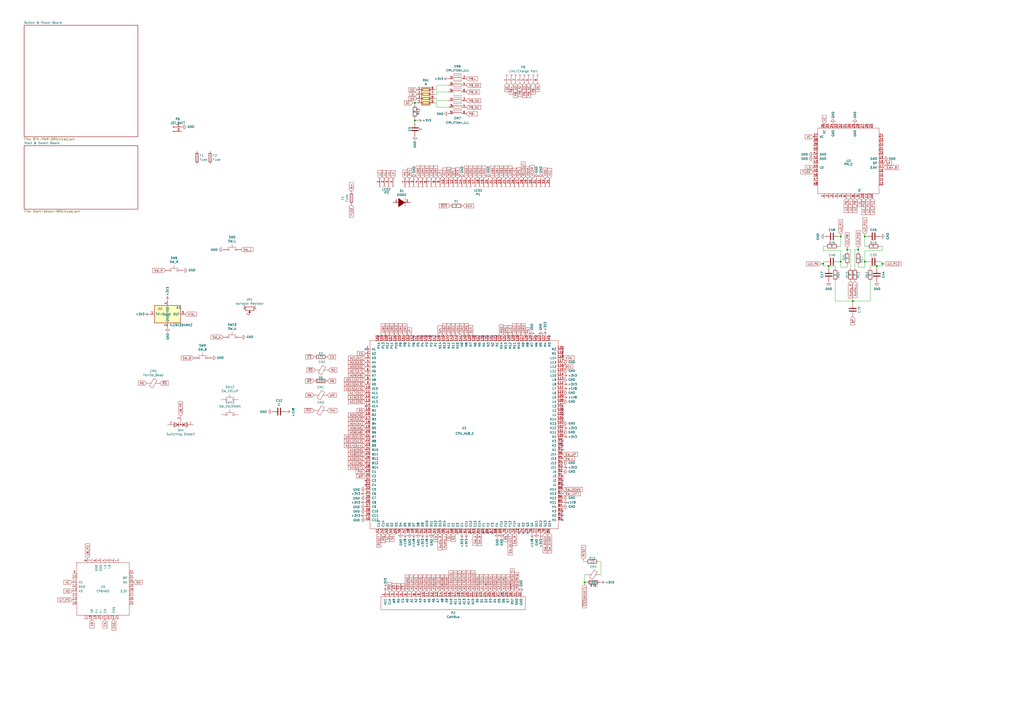
<source format=kicad_sch>
(kicad_sch (version 20230121) (generator eeschema)
  (paper "A2")
  (title_block (title "Gameboy Micro Schematic") (date "2021-03-15") (company "HDR"))
  (junction (at 240.665 69.85))
  (junction (at 480.695 154.305))
  (junction (at 487.68 151.765))
  (junction (at 501.65 151.765))
  (junction (at 240.665 59.69))
  (junction (at 511.81 153.035))
  (junction (at 494.665 174.625))
  (junction (at 508.635 154.305))
  (junction (at 487.68 137.16))
  (junction (at 491.49 144.78))
  (junction (at 339.09 337.82))
  (junction (at 501.65 137.16))
  (junction (at 497.84 144.78))
  (junction (at 477.52 153.035))
  (no_connect (at 275.59 194.945))
  (no_connect (at 326.39 276.225))
  (no_connect (at 303.53 309.245))
  (no_connect (at 252.73 194.945))
  (no_connect (at 326.39 235.585))
  (no_connect (at 326.39 243.205))
  (no_connect (at 265.43 309.245))
  (no_connect (at 288.29 194.945))
  (no_connect (at 326.39 238.125))
  (no_connect (at 326.39 296.545))
  (no_connect (at 285.75 309.245))
  (no_connect (at 326.39 255.905))
  (no_connect (at 326.39 301.625))
  (no_connect (at 250.19 194.945))
  (no_connect (at 247.65 194.945))
  (no_connect (at 229.87 309.245))
  (no_connect (at 326.39 258.445))
  (no_connect (at 300.99 309.245))
  (no_connect (at 326.39 240.665))
  (no_connect (at 219.71 194.945))
  (no_connect (at 283.21 309.245))
  (no_connect (at 240.03 194.945))
  (no_connect (at 326.39 202.565))
  (no_connect (at 212.09 278.765))
  (no_connect (at 278.13 194.945))
  (no_connect (at 212.09 235.585))
  (no_connect (at 326.39 260.985))
  (no_connect (at 212.09 202.565))
  (no_connect (at 212.09 281.305))
  (no_connect (at 318.77 194.945))
  (no_connect (at 285.75 194.945))
  (no_connect (at 242.57 194.945))
  (no_connect (at 326.39 205.105))
  (no_connect (at 280.67 309.245))
  (no_connect (at 326.39 299.085))
  (no_connect (at 273.05 309.245))
  (no_connect (at 306.07 309.245))
  (no_connect (at 311.15 194.945))
  (no_connect (at 283.21 194.945))
  (no_connect (at 245.11 194.945))
  (no_connect (at 326.39 281.305))
  (no_connect (at 326.39 278.765))
  (no_connect (at 280.67 194.945))
  (wire (pts (xy 477.52 154.305) (xy 477.52 153.035)))
  (wire (pts (xy 511.81 142.875) (xy 511.81 145.415)))
  (wire (pts (xy 240.665 69.85) (xy 240.665 68.58)))
  (wire (pts (xy 513.08 153.035) (xy 511.81 153.035)))
  (wire (pts (xy 502.92 151.765) (xy 501.65 151.765)))
  (wire (pts (xy 253.365 49.53) (xy 260.35 49.53)))
  (wire (pts (xy 239.395 59.69) (xy 240.665 59.69)))
  (wire (pts (xy 511.81 151.765) (xy 510.54 151.765)))
  (wire (pts (xy 501.65 151.765) (xy 501.65 145.415)))
  (wire (pts (xy 495.935 144.78) (xy 497.84 144.78)))
  (wire (pts (xy 253.365 59.69) (xy 253.365 62.23)))
  (wire (pts (xy 487.68 151.765) (xy 487.68 145.415)))
  (wire (pts (xy 240.665 59.69) (xy 240.665 60.96)))
  (wire (pts (xy 504.825 155.575) (xy 504.825 154.305)))
  (wire (pts (xy 484.505 174.625) (xy 494.665 174.625)))
  (wire (pts (xy 477.52 142.875) (xy 478.79 142.875)))
  (wire (pts (xy 252.095 54.61) (xy 253.365 54.61)))
  (wire (pts (xy 511.81 154.305) (xy 511.81 153.035)))
  (wire (pts (xy 347.98 333.375) (xy 348.615 333.375)))
  (wire (pts (xy 486.41 142.875) (xy 487.68 142.875)))
  (wire (pts (xy 493.395 155.575) (xy 493.395 144.78)))
  (wire (pts (xy 493.395 144.78) (xy 491.49 144.78)))
  (wire (pts (xy 241.935 69.85) (xy 240.665 69.85)))
  (wire (pts (xy 348.615 325.755) (xy 348.615 333.375)))
  (wire (pts (xy 494.665 174.625) (xy 504.825 174.625)))
  (wire (pts (xy 253.365 49.53) (xy 253.365 52.07)))
  (wire (pts (xy 487.68 137.16) (xy 487.68 135.89)))
  (wire (pts (xy 501.65 154.94) (xy 497.84 154.94)))
  (wire (pts (xy 339.09 333.375) (xy 339.09 337.82)))
  (wire (pts (xy 487.68 145.415) (xy 477.52 145.415)))
  (wire (pts (xy 491.49 144.78) (xy 491.49 146.05)))
  (wire (pts (xy 501.65 137.16) (xy 502.92 137.16)))
  (wire (pts (xy 501.65 142.875) (xy 501.65 137.16)))
  (wire (pts (xy 501.65 145.415) (xy 511.81 145.415)))
  (wire (pts (xy 502.92 142.875) (xy 501.65 142.875)))
  (wire (pts (xy 338.455 324.485) (xy 338.455 325.755)))
  (wire (pts (xy 511.81 142.875) (xy 510.54 142.875)))
  (wire (pts (xy 487.68 137.16) (xy 486.41 137.16)))
  (wire (pts (xy 497.84 144.78) (xy 497.84 143.51)))
  (wire (pts (xy 252.095 57.15) (xy 253.365 57.15)))
  (wire (pts (xy 480.695 154.305) (xy 484.505 154.305)))
  (wire (pts (xy 501.65 137.16) (xy 501.65 135.89)))
  (wire (pts (xy 504.825 154.305) (xy 508.635 154.305)))
  (wire (pts (xy 253.365 62.23) (xy 260.35 62.23)))
  (wire (pts (xy 253.365 57.15) (xy 253.365 58.42)))
  (wire (pts (xy 491.49 154.94) (xy 487.68 154.94)))
  (wire (pts (xy 497.84 144.78) (xy 497.84 146.05)))
  (wire (pts (xy 487.68 142.875) (xy 487.68 137.16)))
  (wire (pts (xy 338.455 325.755) (xy 339.725 325.755)))
  (wire (pts (xy 252.095 59.69) (xy 253.365 59.69)))
  (wire (pts (xy 253.365 53.34) (xy 260.35 53.34)))
  (wire (pts (xy 480.695 155.575) (xy 480.695 154.305)))
  (wire (pts (xy 511.81 153.035) (xy 511.81 151.765)))
  (wire (pts (xy 340.36 337.82) (xy 339.09 337.82)))
  (wire (pts (xy 484.505 163.195) (xy 484.505 174.625)))
  (wire (pts (xy 494.665 174.625) (xy 494.665 175.895)))
  (wire (pts (xy 508.635 154.305) (xy 508.635 155.575)))
  (wire (pts (xy 252.095 52.07) (xy 253.365 52.07)))
  (wire (pts (xy 504.825 174.625) (xy 504.825 163.195)))
  (wire (pts (xy 240.665 71.12) (xy 240.665 69.85)))
  (wire (pts (xy 339.09 339.09) (xy 339.09 337.82)))
  (wire (pts (xy 347.345 325.755) (xy 348.615 325.755)))
  (wire (pts (xy 339.09 333.375) (xy 340.36 333.375)))
  (wire (pts (xy 477.52 151.765) (xy 478.79 151.765)))
  (wire (pts (xy 480.695 154.305) (xy 477.52 154.305)))
  (wire (pts (xy 487.68 154.94) (xy 487.68 151.765)))
  (wire (pts (xy 487.68 151.765) (xy 486.41 151.765)))
  (wire (pts (xy 477.52 153.035) (xy 477.52 151.765)))
  (wire (pts (xy 253.365 53.34) (xy 253.365 54.61)))
  (wire (pts (xy 477.52 145.415) (xy 477.52 142.875)))
  (wire (pts (xy 495.935 155.575) (xy 495.935 144.78)))
  (wire (pts (xy 497.84 154.94) (xy 497.84 153.67)))
  (wire (pts (xy 476.25 153.035) (xy 477.52 153.035)))
  (wire (pts (xy 508.635 154.305) (xy 511.81 154.305)))
  (wire (pts (xy 491.49 144.78) (xy 491.49 143.51)))
  (wire (pts (xy 240.665 59.69) (xy 241.935 59.69)))
  (wire (pts (xy 253.365 58.42) (xy 260.35 58.42)))
  (wire (pts (xy 501.65 151.765) (xy 501.65 154.94)))
  (wire (pts (xy 484.505 154.305) (xy 484.505 155.575)))
  (wire (pts (xy 491.49 153.67) (xy 491.49 154.94)))
  (global_label "LC" (shape input) (at 222.885 103.505 90) (property "Intersheetrefs" "${INTERSHEET_REFS}" (effects hide)))
  (global_label "LDB2" (shape input) (at 293.37 103.505 90) (property "Intersheetrefs" "${INTERSHEET_REFS}" (effects hide)))
  (global_label "LC" (shape input) (at 220.345 103.505 90) (property "Intersheetrefs" "${INTERSHEET_REFS}" (effects hide)))
  (global_label "AD8(A8)" (shape input) (at 256.54 343.535 90) (property "Intersheetrefs" "${INTERSHEET_REFS}" (effects hide)))
  (global_label "SW_UP" (shape input) (at 326.39 263.525 0) (property "Intersheetrefs" "${INTERSHEET_REFS}" (effects hide)))
  (global_label "SW_LEFT" (shape input) (at 326.39 286.385 0) (property "Intersheetrefs" "${INTERSHEET_REFS}" (effects hide)))
  (global_label "DC" (shape input) (at 294.005 48.26 270) (property "Intersheetrefs" "${INTERSHEET_REFS}" (effects hide)))
  (global_label "AD5(A5)" (shape input) (at 212.09 212.725 180) (property "Intersheetrefs" "${INTERSHEET_REFS}" (effects hide)))
  (global_label "A23(D7)" (shape input) (at 212.09 271.145 180) (property "Intersheetrefs" "${INTERSHEET_REFS}" (effects hide)))
  (global_label "SW_L" (shape input) (at 326.39 266.065 0) (property "Intersheetrefs" "${INTERSHEET_REFS}" (effects hide)))
  (global_label "AD15(A15)" (shape input) (at 212.09 225.425 180) (property "Intersheetrefs" "${INTERSHEET_REFS}" (effects hide)))
  (global_label "P8-" (shape input) (at 270.51 66.04 0) (property "Intersheetrefs" "${INTERSHEET_REFS}" (effects hide)))
  (global_label "~{CS2}(RESET)" (shape input) (at 339.09 339.09 270) (property "Intersheetrefs" "${INTERSHEET_REFS}" (effects hide)))
  (global_label "AD1(A1)" (shape input) (at 212.09 207.645 180) (property "Intersheetrefs" "${INTERSHEET_REFS}" (effects hide)))
  (global_label "U8_P2" (shape input) (at 50.8 323.85 90) (property "Intersheetrefs" "${INTERSHEET_REFS}" (effects hide)))
  (global_label "AD10(A10)" (shape input) (at 212.09 253.365 180) (property "Intersheetrefs" "${INTERSHEET_REFS}" (effects hide)))
  (global_label "XC" (shape input) (at 41.91 337.82 180) (property "Intersheetrefs" "${INTERSHEET_REFS}" (effects hide)))
  (global_label "IRQ" (shape input) (at 222.25 309.245 270) (property "Intersheetrefs" "${INTERSHEET_REFS}" (effects hide)))
  (global_label "LA" (shape input) (at 225.425 103.505 90) (property "Intersheetrefs" "${INTERSHEET_REFS}" (effects hide)))
  (global_label "VCC" (shape input) (at 257.81 103.505 90) (property "Intersheetrefs" "${INTERSHEET_REFS}" (effects hide)))
  (global_label "U2_P7" (shape input) (at 493.395 114.935 270) (property "Intersheetrefs" "${INTERSHEET_REFS}" (effects hide)))
  (global_label "LDB1" (shape input) (at 295.91 103.505 90) (property "Intersheetrefs" "${INTERSHEET_REFS}" (effects hide)))
  (global_label "SI" (shape input) (at 260.35 309.245 270) (property "Intersheetrefs" "${INTERSHEET_REFS}" (effects hide)))
  (global_label "AD5(A5)" (shape input) (at 248.92 343.535 90) (property "Intersheetrefs" "${INTERSHEET_REFS}" (effects hide)))
  (global_label "LDG3" (shape input) (at 275.59 103.505 90) (property "Intersheetrefs" "${INTERSHEET_REFS}" (effects hide)))
  (global_label "~{DCK}" (shape input) (at 260.985 119.38 180) (property "Intersheetrefs" "${INTERSHEET_REFS}" (effects hide)))
  (global_label "SO" (shape input) (at 262.89 309.245 270) (property "Intersheetrefs" "${INTERSHEET_REFS}" (effects hide)))
  (global_label "SW_RIGHT" (shape input) (at 316.23 309.245 270) (property "Intersheetrefs" "${INTERSHEET_REFS}" (effects hide)))
  (global_label "U2_P10" (shape input) (at 497.84 143.51 90) (property "Intersheetrefs" "${INTERSHEET_REFS}" (effects hide)))
  (global_label "REV" (shape input) (at 326.39 212.725 0) (property "Intersheetrefs" "${INTERSHEET_REFS}" (effects hide)))
  (global_label "Audio_R" (shape input) (at 493.395 163.195 270) (property "Intersheetrefs" "${INTERSHEET_REFS}" (effects hide)))
  (global_label "A20(D4)" (shape input) (at 212.09 266.065 180) (property "Intersheetrefs" "${INTERSHEET_REFS}" (effects hide)))
  (global_label "CN" (shape input) (at 252.73 309.245 270) (property "Intersheetrefs" "${INTERSHEET_REFS}" (effects hide)))
  (global_label "~{CS2}(RESET)" (shape input) (at 297.18 343.535 90) (property "Intersheetrefs" "${INTERSHEET_REFS}" (effects hide)))
  (global_label "AD4(A4)" (shape input) (at 246.38 343.535 90) (property "Intersheetrefs" "${INTERSHEET_REFS}" (effects hide)))
  (global_label "SW_SELECT" (shape input) (at 295.91 309.245 270) (property "Intersheetrefs" "${INTERSHEET_REFS}" (effects hide)))
  (global_label "U2_P12" (shape input) (at 513.08 153.035 0) (property "Intersheetrefs" "${INTERSHEET_REFS}" (effects hide)))
  (global_label "VSHA" (shape input) (at 306.07 103.505 90) (property "Intersheetrefs" "${INTERSHEET_REFS}" (effects hide)))
  (global_label "CLS" (shape input) (at 298.45 103.505 90) (property "Intersheetrefs" "${INTERSHEET_REFS}" (effects hide)))
  (global_label "A21(D5)" (shape input) (at 289.56 343.535 90) (property "Intersheetrefs" "${INTERSHEET_REFS}" (effects hide)))
  (global_label "XD" (shape input) (at 41.91 342.9 180) (property "Intersheetrefs" "${INTERSHEET_REFS}" (effects hide)))
  (global_label "LDR2" (shape input) (at 267.97 194.945 90) (property "Intersheetrefs" "${INTERSHEET_REFS}" (effects hide)))
  (global_label "U2_P8" (shape input) (at 495.935 114.935 270) (property "Intersheetrefs" "${INTERSHEET_REFS}" (effects hide)))
  (global_label "A16(D0)" (shape input) (at 212.09 260.985 180) (property "Intersheetrefs" "${INTERSHEET_REFS}" (effects hide)))
  (global_label "SC" (shape input) (at 239.395 59.69 180) (property "Intersheetrefs" "${INTERSHEET_REFS}" (effects hide)))
  (global_label "AD0(A0)" (shape input) (at 212.09 240.665 180) (property "Intersheetrefs" "${INTERSHEET_REFS}" (effects hide)))
  (global_label "LDG1" (shape input) (at 262.89 194.945 90) (property "Intersheetrefs" "${INTERSHEET_REFS}" (effects hide)))
  (global_label "AD14(A14)" (shape input) (at 271.78 343.535 90) (property "Intersheetrefs" "${INTERSHEET_REFS}" (effects hide)))
  (global_label "SI" (shape input) (at 241.935 54.61 180) (property "Intersheetrefs" "${INTERSHEET_REFS}" (effects hide)))
  (global_label "3.6V_B" (shape input) (at 512.445 97.155 0) (property "Intersheetrefs" "${INTERSHEET_REFS}" (effects hide)))
  (global_label "U2_P6" (shape input) (at 490.855 114.935 270) (property "Intersheetrefs" "${INTERSHEET_REFS}" (effects hide)))
  (global_label "XTAL" (shape input) (at 326.39 207.645 0) (property "Intersheetrefs" "${INTERSHEET_REFS}" (effects hide)))
  (global_label "LDB2" (shape input) (at 257.81 194.945 90) (property "Intersheetrefs" "${INTERSHEET_REFS}" (effects hide)))
  (global_label "AD9(A9)" (shape input) (at 212.09 217.805 180) (property "Intersheetrefs" "${INTERSHEET_REFS}" (effects hide)))
  (global_label "A16(D0)" (shape input) (at 276.86 343.535 90) (property "Intersheetrefs" "${INTERSHEET_REFS}" (effects hide)))
  (global_label "SW_A" (shape input) (at 129.54 195.58 180) (property "Intersheetrefs" "${INTERSHEET_REFS}" (effects hide)))
  (global_label "Audio_L" (shape input) (at 257.81 309.245 270) (property "Intersheetrefs" "${INTERSHEET_REFS}" (effects hide)))
  (global_label "AD4(A4)" (shape input) (at 212.09 245.745 180) (property "Intersheetrefs" "${INTERSHEET_REFS}" (effects hide)))
  (global_label "~{PHI}" (shape input) (at 182.245 238.125 180) (property "Intersheetrefs" "${INTERSHEET_REFS}" (effects hide)))
  (global_label "IRQ\\DREQ" (shape input) (at 299.72 343.535 90) (property "Intersheetrefs" "${INTERSHEET_REFS}" (effects hide)))
  (global_label "AD0(A0)" (shape input) (at 236.22 343.535 90) (property "Intersheetrefs" "${INTERSHEET_REFS}" (effects hide)))
  (global_label "LDB4" (shape input) (at 260.35 194.945 90) (property "Intersheetrefs" "${INTERSHEET_REFS}" (effects hide)))
  (global_label "AD13(A13)" (shape input) (at 212.09 222.885 180) (property "Intersheetrefs" "${INTERSHEET_REFS}" (effects hide)))
  (global_label "P8_SO" (shape input) (at 270.51 49.53 0) (property "Intersheetrefs" "${INTERSHEET_REFS}" (effects hide)))
  (global_label "A18(D2)" (shape input) (at 281.94 343.535 90) (property "Intersheetrefs" "${INTERSHEET_REFS}" (effects hide)))
  (global_label "SW_DOWN" (shape input) (at 326.39 283.845 0) (property "Intersheetrefs" "${INTERSHEET_REFS}" (effects hide)))
  (global_label "RD" (shape input) (at 212.09 238.125 180) (property "Intersheetrefs" "${INTERSHEET_REFS}" (effects hide)))
  (global_label "AD1(A1)" (shape input) (at 238.76 343.535 90) (property "Intersheetrefs" "${INTERSHEET_REFS}" (effects hide)))
  (global_label "LDG2" (shape input) (at 298.45 194.945 90) (property "Intersheetrefs" "${INTERSHEET_REFS}" (effects hide)))
  (global_label "A17(D1)" (shape input) (at 212.09 227.965 180) (property "Intersheetrefs" "${INTERSHEET_REFS}" (effects hide)))
  (global_label "RS" (shape input) (at 85.09 222.25 180) (property "Intersheetrefs" "${INTERSHEET_REFS}" (effects hide)))
  (global_label "~{CS}" (shape input) (at 182.245 207.01 180) (property "Intersheetrefs" "${INTERSHEET_REFS}" (effects hide)))
  (global_label "P8_SI" (shape input) (at 301.625 48.26 270) (property "Intersheetrefs" "${INTERSHEET_REFS}" (effects hide)))
  (global_label "RESET" (shape input) (at 338.455 324.485 90) (property "Intersheetrefs" "${INTERSHEET_REFS}" (effects hide)))
  (global_label "PS" (shape input) (at 306.07 194.945 90) (property "Intersheetrefs" "${INTERSHEET_REFS}" (effects hide)))
  (global_label "U2_P10" (shape input) (at 501.015 114.935 270) (property "Intersheetrefs" "${INTERSHEET_REFS}" (effects hide)))
  (global_label "U2_P8" (shape input) (at 491.49 143.51 90) (property "Intersheetrefs" "${INTERSHEET_REFS}" (effects hide)))
  (global_label "LDB3" (shape input) (at 290.83 103.505 90) (property "Intersheetrefs" "${INTERSHEET_REFS}" (effects hide)))
  (global_label "A22(D6)" (shape input) (at 292.1 343.535 90) (property "Intersheetrefs" "${INTERSHEET_REFS}" (effects hide)))
  (global_label "CNS" (shape input) (at 66.04 359.41 270) (property "Intersheetrefs" "${INTERSHEET_REFS}" (effects hide)))
  (global_label "BP" (shape input) (at 494.665 183.515 270) (property "Intersheetrefs" "${INTERSHEET_REFS}" (effects hide)))
  (global_label "REV" (shape input) (at 237.49 103.505 90) (property "Intersheetrefs" "${INTERSHEET_REFS}" (effects hide)))
  (global_label "LDR5" (shape input) (at 270.51 194.945 90) (property "Intersheetrefs" "${INTERSHEET_REFS}" (effects hide)))
  (global_label "LDR4" (shape input) (at 234.95 194.945 90) (property "Intersheetrefs" "${INTERSHEET_REFS}" (effects hide)))
  (global_label "AD8(A8)" (shape input) (at 212.09 250.825 180) (property "Intersheetrefs" "${INTERSHEET_REFS}" (effects hide)))
  (global_label "LDG5" (shape input) (at 300.99 194.945 90) (property "Intersheetrefs" "${INTERSHEET_REFS}" (effects hide)))
  (global_label "DCK" (shape input) (at 273.05 194.945 90) (property "Intersheetrefs" "${INTERSHEET_REFS}" (effects hide)))
  (global_label "FUSE" (shape input) (at 471.805 99.695 180) (property "Intersheetrefs" "${INTERSHEET_REFS}" (effects hide)))
  (global_label "P8_SD" (shape input) (at 270.51 58.42 0) (property "Intersheetrefs" "${INTERSHEET_REFS}" (effects hide)))
  (global_label "~{PHI}" (shape input) (at 226.06 343.535 90) (property "Intersheetrefs" "${INTERSHEET_REFS}" (effects hide)))
  (global_label "LDG5" (shape input) (at 270.51 103.505 90) (property "Intersheetrefs" "${INTERSHEET_REFS}" (effects hide)))
  (global_label "R6" (shape input) (at 189.865 220.98 0) (property "Intersheetrefs" "${INTERSHEET_REFS}" (effects hide)))
  (global_label "LDR1" (shape input) (at 232.41 194.945 90) (property "Intersheetrefs" "${INTERSHEET_REFS}" (effects hide)))
  (global_label "SW_START" (shape input) (at 318.77 309.245 270) (property "Intersheetrefs" "${INTERSHEET_REFS}" (effects hide)))
  (global_label "SW_B" (shape input) (at 112.395 207.645 180) (property "Intersheetrefs" "${INTERSHEET_REFS}" (effects hide)))
  (global_label "Audio_R" (shape input) (at 255.27 309.245 270) (property "Intersheetrefs" "${INTERSHEET_REFS}" (effects hide)))
  (global_label "P8_SO" (shape input) (at 299.085 48.26 270) (property "Intersheetrefs" "${INTERSHEET_REFS}" (effects hide)))
  (global_label "U2_P6" (shape input) (at 476.25 153.035 180) (property "Intersheetrefs" "${INTERSHEET_REFS}" (effects hide)))
  (global_label "~{RD}" (shape input) (at 182.88 214.63 180) (property "Intersheetrefs" "${INTERSHEET_REFS}" (effects hide)))
  (global_label "LDR1" (shape input) (at 252.73 103.505 90) (property "Intersheetrefs" "${INTERSHEET_REFS}" (effects hide)))
  (global_label "LP" (shape input) (at 237.49 194.945 90) (property "Intersheetrefs" "${INTERSHEET_REFS}" (effects hide)))
  (global_label "AD6(A6)" (shape input) (at 212.09 248.285 180) (property "Intersheetrefs" "${INTERSHEET_REFS}" (effects hide)))
  (global_label "LDG3" (shape input) (at 229.87 194.945 90) (property "Intersheetrefs" "${INTERSHEET_REFS}" (effects hide)))
  (global_label "U7_P3" (shape input) (at 41.91 347.98 180) (property "Intersheetrefs" "${INTERSHEET_REFS}" (effects hide)))
  (global_label "RESET" (shape input) (at 219.71 309.245 270) (property "Intersheetrefs" "${INTERSHEET_REFS}" (effects hide)))
  (global_label "RS" (shape input) (at 293.37 309.245 270) (property "Intersheetrefs" "${INTERSHEET_REFS}" (effects hide)))
  (global_label "LDB5" (shape input) (at 227.33 194.945 90) (property "Intersheetrefs" "${INTERSHEET_REFS}" (effects hide)))
  (global_label "U2_P11" (shape input) (at 501.65 135.89 90) (property "Intersheetrefs" "${INTERSHEET_REFS}" (effects hide)))
  (global_label "SPS" (shape input) (at 300.99 103.505 90) (property "Intersheetrefs" "${INTERSHEET_REFS}" (effects hide)))
  (global_label "Audio_L" (shape input) (at 495.935 163.195 270) (property "Intersheetrefs" "${INTERSHEET_REFS}" (effects hide)))
  (global_label "AD15(A15)" (shape input) (at 274.32 343.535 90) (property "Intersheetrefs" "${INTERSHEET_REFS}" (effects hide)))
  (global_label "AD3(A3)" (shape input) (at 243.84 343.535 90) (property "Intersheetrefs" "${INTERSHEET_REFS}" (effects hide)))
  (global_label "LDG4" (shape input) (at 273.05 103.505 90) (property "Intersheetrefs" "${INTERSHEET_REFS}" (effects hide)))
  (global_label "XTAL" (shape input) (at 107.315 182.245 0) (property "Intersheetrefs" "${INTERSHEET_REFS}" (effects hide)))
  (global_label "FUSE" (shape input) (at 203.835 118.745 270) (property "Intersheetrefs" "${INTERSHEET_REFS}" (effects hide)))
  (global_label "REVOUT" (shape input) (at 303.53 103.505 90) (property "Intersheetrefs" "${INTERSHEET_REFS}" (effects hide)))
  (global_label "LDR3" (shape input) (at 303.53 194.945 90) (property "Intersheetrefs" "${INTERSHEET_REFS}" (effects hide)))
  (global_label "AD6(A6)" (shape input) (at 251.46 343.535 90) (property "Intersheetrefs" "${INTERSHEET_REFS}" (effects hide)))
  (global_label "LDB5" (shape input) (at 285.75 103.505 90) (property "Intersheetrefs" "${INTERSHEET_REFS}" (effects hide)))
  (global_label "AD12(A12)" (shape input) (at 212.09 255.905 180) (property "Intersheetrefs" "${INTERSHEET_REFS}" (effects hide)))
  (global_label "LDB3" (shape input) (at 224.79 194.945 90) (property "Intersheetrefs" "${INTERSHEET_REFS}" (effects hide)))
  (global_label "SN" (shape input) (at 77.47 337.82 0) (property "Intersheetrefs" "${INTERSHEET_REFS}" (effects hide)))
  (global_label "SW_A" (shape input) (at 275.59 309.245 270) (property "Intersheetrefs" "${INTERSHEET_REFS}" (effects hide)))
  (global_label "SPL" (shape input) (at 262.89 103.505 90) (property "Intersheetrefs" "${INTERSHEET_REFS}" (effects hide)))
  (global_label "AD10(A10)" (shape input) (at 261.62 343.535 90) (property "Intersheetrefs" "${INTERSHEET_REFS}" (effects hide)))
  (global_label "AD3(A3)" (shape input) (at 212.09 210.185 180) (property "Intersheetrefs" "${INTERSHEET_REFS}" (effects hide)))
  (global_label "XR" (shape input) (at 53.34 359.41 270) (property "Intersheetrefs" "${INTERSHEET_REFS}" (effects hide)))
  (global_label "DG" (shape input) (at 311.785 48.26 270) (property "Intersheetrefs" "${INTERSHEET_REFS}" (effects hide)))
  (global_label "SO" (shape input) (at 241.935 52.07 180) (property "Intersheetrefs" "${INTERSHEET_REFS}" (effects hide)))
  (global_label "A22(D6)" (shape input) (at 212.09 268.605 180) (property "Intersheetrefs" "${INTERSHEET_REFS}" (effects hide)))
  (global_label "B+" (shape input) (at 203.835 111.125 90) (property "Intersheetrefs" "${INTERSHEET_REFS}" (effects hide)))
  (global_label "SP" (shape input) (at 512.445 94.615 0) (property "Intersheetrefs" "${INTERSHEET_REFS}" (effects hide)))
  (global_label "P8+" (shape input) (at 270.51 45.72 0) (property "Intersheetrefs" "${INTERSHEET_REFS}" (effects hide)))
  (global_label "AD11(A11)" (shape input) (at 212.09 220.345 180) (property "Intersheetrefs" "${INTERSHEET_REFS}" (effects hide)))
  (global_label "U8_P5" (shape input) (at 104.775 241.3 90) (property "Intersheetrefs" "${INTERSHEET_REFS}" (effects hide)))
  (global_label "PS" (shape input) (at 234.95 103.505 90) (property "Intersheetrefs" "${INTERSHEET_REFS}" (effects hide)))
  (global_label "A17(D1)" (shape input) (at 279.4 343.535 90) (property "Intersheetrefs" "${INTERSHEET_REFS}" (effects hide)))
  (global_label "P8_SI" (shape input) (at 270.51 53.34 0) (property "Intersheetrefs" "${INTERSHEET_REFS}" (effects hide)))
  (global_label "AD9(A9)" (shape input) (at 259.08 343.535 90) (property "Intersheetrefs" "${INTERSHEET_REFS}" (effects hide)))
  (global_label "VC" (shape input) (at 471.805 79.375 180) (property "Intersheetrefs" "${INTERSHEET_REFS}" (effects hide)))
  (global_label "PHI" (shape input) (at 189.865 238.125 0) (property "Intersheetrefs" "${INTERSHEET_REFS}" (effects hide)))
  (global_label "SW_L" (shape input) (at 139.7 144.78 0) (property "Intersheetrefs" "${INTERSHEET_REFS}" (effects hide)))
  (global_label "SC" (shape input) (at 224.79 309.245 270) (property "Intersheetrefs" "${INTERSHEET_REFS}" (effects hide)))
  (global_label "PHI" (shape input) (at 212.09 273.685 180) (property "Intersheetrefs" "${INTERSHEET_REFS}" (effects hide)))
  (global_label "SW_R" (shape input) (at 298.45 309.245 270) (property "Intersheetrefs" "${INTERSHEET_REFS}" (effects hide)))
  (global_label "AD11(A11)" (shape input) (at 264.16 343.535 90) (property "Intersheetrefs" "${INTERSHEET_REFS}" (effects hide)))
  (global_label "AD2(A2)" (shape input) (at 241.3 343.535 90) (property "Intersheetrefs" "${INTERSHEET_REFS}" (effects hide)))
  (global_label "VC" (shape input) (at 478.155 71.755 90) (property "Intersheetrefs" "${INTERSHEET_REFS}" (effects hide)))
  (global_label "~{DCK}" (shape input) (at 265.43 103.505 90) (property "Intersheetrefs" "${INTERSHEET_REFS}" (effects hide)))
  (global_label "AD7(A7)" (shape input) (at 212.09 215.265 180) (property "Intersheetrefs" "${INTERSHEET_REFS}" (effects hide)))
  (global_label "P8_SC" (shape input) (at 270.51 62.23 0) (property "Intersheetrefs" "${INTERSHEET_REFS}" (effects hide)))
  (global_label "LDG4" (shape input) (at 265.43 194.945 90) (property "Intersheetrefs" "${INTERSHEET_REFS}" (effects hide)))
  (global_label "P8_SC" (shape input) (at 306.705 48.26 270) (property "Intersheetrefs" "${INTERSHEET_REFS}" (effects hide)))
  (global_label "VEE" (shape input) (at 318.77 103.505 90) (property "Intersheetrefs" "${INTERSHEET_REFS}" (effects hide)))
  (global_label "AD2(A2)" (shape input) (at 212.09 243.205 180) (property "Intersheetrefs" "${INTERSHEET_REFS}" (effects hide)))
  (global_label "MOD" (shape input) (at 290.83 194.945 90) (property "Intersheetrefs" "${INTERSHEET_REFS}" (effects hide)))
  (global_label "LP" (shape input) (at 255.27 103.505 90) (property "Intersheetrefs" "${INTERSHEET_REFS}" (effects hide)))
  (global_label "LA" (shape input) (at 227.965 103.505 90) (property "Intersheetrefs" "${INTERSHEET_REFS}" (effects hide)))
  (global_label "CS" (shape input) (at 212.09 205.105 180) (property "Intersheetrefs" "${INTERSHEET_REFS}" (effects hide)))
  (global_label "LDR3" (shape input) (at 247.65 103.505 90) (property "Intersheetrefs" "${INTERSHEET_REFS}" (effects hide)))
  (global_label "P8-" (shape input) (at 309.245 48.26 270) (property "Intersheetrefs" "${INTERSHEET_REFS}" (effects hide)))
  (global_label "LDB4" (shape input) (at 288.29 103.505 90) (property "Intersheetrefs" "${INTERSHEET_REFS}" (effects hide)))
  (global_label "WR" (shape input) (at 212.09 276.225 180) (property "Intersheetrefs" "${INTERSHEET_REFS}" (effects hide)))
  (global_label "VL" (shape input) (at 498.475 114.935 270) (property "Intersheetrefs" "${INTERSHEET_REFS}" (effects hide)))
  (global_label "U2_P11" (shape input) (at 503.555 114.935 270) (property "Intersheetrefs" "${INTERSHEET_REFS}" (effects hide)))
  (global_label "MOD" (shape input) (at 260.35 103.505 90) (property "Intersheetrefs" "${INTERSHEET_REFS}" (effects hide)))
  (global_label "U2_P7" (shape input) (at 487.68 135.89 90) (property "Intersheetrefs" "${INTERSHEET_REFS}" (effects hide)))
  (global_label "AD14(A14)" (shape input) (at 212.09 258.445 180) (property "Intersheetrefs" "${INTERSHEET_REFS}" (effects hide)))
  (global_label "AD13(A13)" (shape input) (at 269.24 343.535 90) (property "Intersheetrefs" "${INTERSHEET_REFS}" (effects hide)))
  (global_label "LDR2" (shape input) (at 250.19 103.505 90) (property "Intersheetrefs" "${INTERSHEET_REFS}" (effects hide)))
  (global_label "SD" (shape input) (at 241.935 57.15 180) (property "Intersheetrefs" "${INTERSHEET_REFS}" (effects hide)))
  (global_label "LDR5" (shape input) (at 242.57 103.505 90) (property "Intersheetrefs" "${INTERSHEET_REFS}" (effects hide)))
  (global_label "VDD" (shape input) (at 316.23 103.505 90) (property "Intersheetrefs" "${INTERSHEET_REFS}" (effects hide)))
  (global_label "SPL" (shape input) (at 255.27 194.945 90) (property "Intersheetrefs" "${INTERSHEET_REFS}" (effects hide)))
  (global_label "SW_R" (shape input) (at 95.885 156.845 180) (property "Intersheetrefs" "${INTERSHEET_REFS}" (effects hide)))
  (global_label "SW_B" (shape input) (at 278.13 309.245 270) (property "Intersheetrefs" "${INTERSHEET_REFS}" (effects hide)))
  (global_label "A19(D3)" (shape input) (at 212.09 230.505 180) (property "Intersheetrefs" "${INTERSHEET_REFS}" (effects hide)))
  (global_label "LDR4" (shape input) (at 245.11 103.505 90) (property "Intersheetrefs" "${INTERSHEET_REFS}" (effects hide)))
  (global_label "LD" (shape input) (at 471.805 97.155 180) (property "Intersheetrefs" "${INTERSHEET_REFS}" (effects hide)))
  (global_label "R6" (shape input) (at 182.245 229.235 180) (property "Intersheetrefs" "${INTERSHEET_REFS}" (effects hide)))
  (global_label "~{RD}" (shape input) (at 231.14 343.535 90) (property "Intersheetrefs" "${INTERSHEET_REFS}" (effects hide)))
  (global_label "~{WR}" (shape input) (at 228.6 343.535 90) (property "Intersheetrefs" "${INTERSHEET_REFS}" (effects hide)))
  (global_label "WR" (shape input) (at 189.865 229.235 0) (property "Intersheetrefs" "${INTERSHEET_REFS}" (effects hide)))
  (global_label "VCOM" (shape input) (at 308.61 103.505 90) (property "Intersheetrefs" "${INTERSHEET_REFS}" (effects hide)))
  (global_label "P8_SD" (shape input) (at 304.165 48.26 270) (property "Intersheetrefs" "${INTERSHEET_REFS}" (effects hide)))
  (global_label "A19(D3)" (shape input) (at 284.48 343.535 90) (property "Intersheetrefs" "${INTERSHEET_REFS}" (effects hide)))
  (global_label "RD" (shape input) (at 190.5 214.63 0) (property "Intersheetrefs" "${INTERSHEET_REFS}" (effects hide)))
  (global_label "SD" (shape input) (at 227.33 309.245 270) (property "Intersheetrefs" "${INTERSHEET_REFS}" (effects hide)))
  (global_label "DCK" (shape input) (at 268.605 119.38 0) (property "Intersheetrefs" "${INTERSHEET_REFS}" (effects hide)))
  (global_label "AD7(A7)" (shape input) (at 254 343.535 90) (property "Intersheetrefs" "${INTERSHEET_REFS}" (effects hide)))
  (global_label "~{RS}" (shape input) (at 92.71 222.25 0) (property "Intersheetrefs" "${INTERSHEET_REFS}" (effects hide)))
  (global_label "LDG2" (shape input) (at 278.13 103.505 90) (property "Intersheetrefs" "${INTERSHEET_REFS}" (effects hide)))
  (global_label "A20(D4)" (shape input) (at 287.02 343.535 90) (property "Intersheetrefs" "${INTERSHEET_REFS}" (effects hide)))
  (global_label "AD12(A12)" (shape input) (at 266.7 343.535 90) (property "Intersheetrefs" "${INTERSHEET_REFS}" (effects hide)))
  (global_label "SPS" (shape input) (at 293.37 194.945 90) (property "Intersheetrefs" "${INTERSHEET_REFS}" (effects hide)))
  (global_label "A23(D7)" (shape input) (at 294.64 343.535 90) (property "Intersheetrefs" "${INTERSHEET_REFS}" (effects hide)))
  (global_label "P8+" (shape input) (at 296.545 48.26 270) (property "Intersheetrefs" "${INTERSHEET_REFS}" (effects hide)))
  (global_label "CS" (shape input) (at 189.865 207.01 0) (property "Intersheetrefs" "${INTERSHEET_REFS}" (effects hide)))
  (global_label "CLS" (shape input) (at 295.91 194.945 90) (property "Intersheetrefs" "${INTERSHEET_REFS}" (effects hide)))
  (global_label "CN" (shape input) (at 60.96 359.41 270) (property "Intersheetrefs" "${INTERSHEET_REFS}" (effects hide)))
  (global_label "LDB1" (shape input) (at 222.25 194.945 90) (property "Intersheetrefs" "${INTERSHEET_REFS}" (effects hide)))
  (global_label "A18(D2)" (shape input) (at 212.09 263.525 180) (property "Intersheetrefs" "${INTERSHEET_REFS}" (effects hide)))
  (global_label "U2_P12" (shape input) (at 506.095 114.935 270) (property "Intersheetrefs" "${INTERSHEET_REFS}" (effects hide)))
  (global_label "~{CS}" (shape input) (at 233.68 343.535 90) (property "Intersheetrefs" "${INTERSHEET_REFS}" (effects hide)))
  (global_label "LDG1" (shape input) (at 280.67 103.505 90) (property "Intersheetrefs" "${INTERSHEET_REFS}" (effects hide)))
  (global_label "~{WR}" (shape input) (at 182.245 220.98 180) (property "Intersheetrefs" "${INTERSHEET_REFS}" (effects hide)))
  (global_label "A21(D5)" (shape input) (at 212.09 233.045 180) (property "Intersheetrefs" "${INTERSHEET_REFS}" (effects hide)))
  (symbol (lib_id "Connector:Conn_01x34_Female") (at 275.59 108.585 90) (mirror x) (unit 1)
    (property "Reference" "P1" (at 277.368 112.776 90))
    (property "Value" "LCD1" (at 277.368 110.4646 90))
  )
  (symbol (lib_id "Connector:Conn_01x04_Female") (at 222.885 108.585 90) (mirror x) (unit 1)
    (property "Reference" "P3" (at 222.885 111.76 90) (effects (justify right)))
    (property "Value" "LCD2" (at 221.615 109.855 90) (effects (justify right)))
  )
  (symbol (lib_id "power:GND") (at 313.69 103.505 180) (unit 1)
    (property "Reference" "#PWR?" (effects hide))
    (property "Value" "GND" (at 313.69 98.425 90))
  )
  (symbol (lib_id "power:GND") (at 311.15 103.505 180) (unit 1)
    (property "Reference" "#PWR?" (effects hide))
    (property "Value" "GND" (at 311.15 98.425 90))
  )
  (symbol (lib_id "power:GND") (at 283.21 103.505 180) (unit 1)
    (property "Reference" "#PWR?" (effects hide))
    (property "Value" "GND" (at 283.21 98.425 90))
  )
  (symbol (lib_id "power:GND") (at 267.97 103.505 180) (unit 1)
    (property "Reference" "#PWR?" (effects hide))
    (property "Value" "GND" (at 267.97 98.425 90))
  )
  (symbol (lib_id "power:GND") (at 240.03 103.505 180) (unit 1)
    (property "Reference" "#PWR?" (effects hide))
    (property "Value" "GND" (at 240.03 98.425 90))
  )
  (symbol (lib_id "Switch:SW_Push") (at 134.62 144.78 0) (unit 1)
    (property "Reference" "SW5" (at 134.62 137.541 0))
    (property "Value" "SW_L" (at 134.62 139.8524 0))
  )
  (symbol (lib_id "Switch:SW_Push") (at 100.965 156.845 0) (unit 1)
    (property "Reference" "SW6" (at 100.965 149.606 0))
    (property "Value" "SW_R" (at 100.965 151.9174 0))
  )
  (symbol (lib_id "Switch:SW_Push") (at 117.475 207.645 0) (unit 1)
    (property "Reference" "SW9" (at 117.475 200.406 0))
    (property "Value" "SW_B" (at 117.475 202.7174 0))
  )
  (symbol (lib_id "Switch:SW_Push") (at 134.62 195.58 0) (unit 1)
    (property "Reference" "SW10" (at 134.62 188.341 0))
    (property "Value" "SW_A" (at 134.62 190.6524 0))
  )
  (symbol (lib_id "Switch:SW_Push") (at 133.35 231.775 0) (unit 1)
    (property "Reference" "SW12" (at 133.35 224.536 0))
    (property "Value" "SW_VOLUP" (at 133.35 226.8474 0))
  )
  (symbol (lib_id "Switch:SW_Push") (at 133.35 240.665 0) (unit 1)
    (property "Reference" "SW13" (at 133.35 233.426 0))
    (property "Value" "SW_VOLDOWN" (at 133.35 235.7374 0))
  )
  (symbol (lib_id "Connector:Conn_01x02_Male") (at 100.33 73.66 0) (unit 1)
    (property "Reference" "P6" (at 103.0732 69.0626 0))
    (property "Value" "JST_BATT" (at 103.0732 71.374 0))
  )
  (symbol (lib_id "Gameboy_Micro_Schematic-rescue:CartBus-Gameboy") (at 238.76 346.075 0) (unit 1)
    (property "Reference" "P2" (at 262.89 355.5492 0))
    (property "Value" "CartBus" (at 262.89 357.8606 0))
  )
  (symbol (lib_id "Device:R_POT") (at 144.78 179.07 270) (unit 1)
    (property "Reference" "VR1" (at 144.78 173.8122 90))
    (property "Value" "Variable Resistor" (at 144.78 176.1236 90))
  )
  (symbol (lib_id "Oscillator:ASCO") (at 97.155 182.245 0) (unit 1)
    (property "Reference" "X1" (at 102.235 178.435 0) (effects (justify left)))
    (property "Value" "4.194304MHZ" (at 98.425 188.595 0) (effects (justify left)))
    (property "Footprint" "Oscillator:Oscillator_SMD_Abracon_ASCO-4Pin_1.6x1.2mm" (effects hide))
    (property "Datasheet" "https://abracon.com/Oscillators/ASCO.pdf" (effects hide))
  )
  (symbol (lib_id "Connector:Conn_01x08_Female") (at 301.625 43.18 90) (unit 1)
    (property "Reference" "P8" (at 303.403 38.989 90))
    (property "Value" "Link/Charge Port" (at 303.403 41.3004 90))
  )
  (symbol (lib_id "Device:Fuse") (at 121.92 91.44 0) (unit 1)
    (property "Reference" "F2" (at 123.444 90.2716 0) (effects (justify left)))
    (property "Value" "Fuse" (at 123.444 92.583 0) (effects (justify left)))
  )
  (symbol (lib_id "Device:Fuse") (at 114.3 91.44 0) (unit 1)
    (property "Reference" "F1" (at 115.824 90.2716 0) (effects (justify left)))
    (property "Value" "Fuse" (at 115.824 92.583 0) (effects (justify left)))
  )
  (symbol (lib_id "pspice:DIODE") (at 233.045 117.475 0) (unit 1)
    (property "Reference" "D1" (at 233.045 110.744 0))
    (property "Value" "DIODE" (at 233.045 113.0554 0))
  )
  (symbol (lib_id "power:GND") (at 302.26 343.535 180) (unit 1)
    (property "Reference" "#PWR?" (effects hide))
    (property "Value" "GND" (at 302.26 338.455 90))
  )
  (symbol (lib_id "Device:R") (at 186.055 207.01 270) (unit 1)
    (property "Reference" "R3" (at 186.055 205.105 90))
    (property "Value" "47K" (at 186.055 207.01 90))
  )
  (symbol (lib_id "Device:R") (at 186.055 220.98 270) (unit 1)
    (property "Reference" "R6" (at 186.055 219.075 90))
    (property "Value" "100K" (at 186.055 220.98 90))
  )
  (symbol (lib_id "Device:R") (at 240.665 64.77 0) (unit 1)
    (property "Reference" "R12" (at 242.57 64.77 90))
    (property "Value" "R" (at 240.665 64.77 90))
  )
  (symbol (lib_id "Device:C") (at 240.665 74.93 0) (unit 1)
    (property "Reference" "C4" (at 237.49 76.2 90) (effects (justify left)))
    (property "Value" "C" (at 243.84 75.565 90) (effects (justify left)))
  )
  (symbol (lib_id "power:GND") (at 212.09 283.845 270) (unit 1)
    (property "Reference" "#PWR?" (effects hide))
    (property "Value" "GND" (at 208.8388 283.972 90) (effects (justify right)))
  )
  (symbol (lib_id "power:GND") (at 232.41 309.245 0) (unit 1)
    (property "Reference" "#PWR?" (effects hide))
    (property "Value" "GND" (at 232.537 312.4962 90) (effects (justify right)))
  )
  (symbol (lib_id "power:GND") (at 212.09 288.925 270) (unit 1)
    (property "Reference" "#PWR?" (effects hide))
    (property "Value" "GND" (at 208.8388 289.052 90) (effects (justify right)))
  )
  (symbol (lib_id "power:GND") (at 237.49 309.245 0) (unit 1)
    (property "Reference" "#PWR?" (effects hide))
    (property "Value" "GND" (at 237.617 312.4962 90) (effects (justify right)))
  )
  (symbol (lib_id "power:GND") (at 242.57 309.245 0) (unit 1)
    (property "Reference" "#PWR?" (effects hide))
    (property "Value" "GND" (at 242.697 312.4962 90) (effects (justify right)))
  )
  (symbol (lib_id "power:GND") (at 212.09 294.005 270) (unit 1)
    (property "Reference" "#PWR?" (effects hide))
    (property "Value" "GND" (at 208.8388 294.132 90) (effects (justify right)))
  )
  (symbol (lib_id "power:GND") (at 212.09 296.545 270) (unit 1)
    (property "Reference" "#PWR?" (effects hide))
    (property "Value" "GND" (at 208.8388 296.672 90) (effects (justify right)))
  )
  (symbol (lib_id "power:GND") (at 212.09 301.625 270) (unit 1)
    (property "Reference" "#PWR?" (effects hide))
    (property "Value" "GND" (at 208.8388 301.752 90) (effects (justify right)))
  )
  (symbol (lib_id "Device:R_Pack04") (at 247.015 57.15 270) (unit 1)
    (property "Reference" "RA1" (at 247.015 46.5582 90))
    (property "Value" "R" (at 247.015 48.8696 90))
  )
  (symbol (lib_id "power:GND") (at 250.19 309.245 0) (unit 1)
    (property "Reference" "#PWR?" (effects hide))
    (property "Value" "GND" (at 250.317 312.4962 90) (effects (justify right)))
  )
  (symbol (lib_id "Device:C") (at 161.925 238.76 270) (unit 1)
    (property "Reference" "C12" (at 161.925 232.3592 90))
    (property "Value" "C" (at 161.925 234.6706 90))
  )
  (symbol (lib_id "power:GND") (at 240.665 78.74 0) (unit 1)
    (property "Reference" "#PWR?" (effects hide))
    (property "Value" "GND" (at 240.665 83.82 90))
  )
  (symbol (lib_id "power:+3.3V") (at 223.52 343.535 0) (unit 1)
    (property "Reference" "#PWR?" (effects hide))
    (property "Value" "+3.3V" (at 223.52 337.82 90))
  )
  (symbol (lib_id "power:+3.3V") (at 241.935 69.85 270) (unit 1)
    (property "Reference" "#PWR?" (effects hide))
    (property "Value" "+3.3V" (at 247.65 69.85 90))
  )
  (symbol (lib_id "power:GND") (at 158.115 238.76 270) (unit 1)
    (property "Reference" "#PWR?" (effects hide))
    (property "Value" "GND" (at 154.8638 238.887 90) (effects (justify right)))
  )
  (symbol (lib_id "power:+1V8") (at 308.61 309.245 180) (unit 1)
    (property "Reference" "#PWR?" (effects hide))
    (property "Value" "+1V8" (at 308.61 314.96 90))
  )
  (symbol (lib_id "power:+1V8") (at 165.735 238.76 270) (unit 1)
    (property "Reference" "#PWR?" (effects hide))
    (property "Value" "+1V8" (at 170.1292 239.141 0))
  )
  (symbol (lib_id "Gameboy_Micro_Schematic-rescue:CPU_AGB_E-custom") (at 269.24 249.555 0) (unit 1)
    (property "Reference" "U1" (at 267.97 248.285 0) (effects (justify left)))
    (property "Value" "CPU_AGB_E" (at 264.16 251.46 0) (effects (justify left)))
  )
  (symbol (lib_id "power:+1V8") (at 326.39 225.425 270) (unit 1)
    (property "Reference" "#PWR?" (effects hide))
    (property "Value" "+1V8" (at 332.105 225.425 90))
  )
  (symbol (lib_id "Device:R") (at 344.17 337.82 90) (unit 1)
    (property "Reference" "R76" (at 344.17 339.725 90))
    (property "Value" "100K" (at 344.17 337.82 90))
  )
  (symbol (lib_id "power:+1V8") (at 326.39 291.465 270) (unit 1)
    (property "Reference" "#PWR?" (effects hide))
    (property "Value" "+1V8" (at 331.47 291.465 90))
  )
  (symbol (lib_id "power:+1V8") (at 247.65 309.245 180) (unit 1)
    (property "Reference" "#PWR?" (effects hide))
    (property "Value" "+1V8" (at 247.65 314.96 90))
  )
  (symbol (lib_id "power:+3.3V") (at 347.98 337.82 270) (unit 1)
    (property "Reference" "#PWR?" (effects hide))
    (property "Value" "+3.3V" (at 353.695 337.82 90))
  )
  (symbol (lib_id "Device:Ferrite_Bead") (at 344.17 333.375 270) (unit 1)
    (property "Reference" "EM4" (at 344.17 328.7522 90))
    (property "Value" "Ferrite_Bead" (effects hide))
  )
  (symbol (lib_id "Device:Ferrite_Bead") (at 186.055 238.125 270) (unit 1)
    (property "Reference" "EM3" (at 186.055 233.5022 90))
    (property "Value" "Ferrite_Bead" (effects hide))
  )
  (symbol (lib_id "Device:Ferrite_Bead") (at 186.055 229.235 270) (unit 1)
    (property "Reference" "EM1" (at 186.055 224.6122 90))
    (property "Value" "Ferrite_Bead" (effects hide))
  )
  (symbol (lib_id "power:+3.3V") (at 245.11 309.245 180) (unit 1)
    (property "Reference" "#PWR?" (effects hide))
    (property "Value" "+3.3V" (at 245.11 314.96 90))
  )
  (symbol (lib_id "Device:Ferrite_Bead") (at 186.69 214.63 270) (unit 1)
    (property "Reference" "EM2" (at 186.69 210.0072 90))
    (property "Value" "Ferrite_Bead" (effects hide))
  )
  (symbol (lib_id "Device:R") (at 343.535 325.755 270) (unit 1)
    (property "Reference" "R10" (at 343.535 323.85 90))
    (property "Value" "15" (at 343.535 325.755 90))
  )
  (symbol (lib_id "Device:EMI_Filter_LLL") (at 265.43 58.42 0) (unit 1)
    (property "Reference" "EM7" (at 265.43 68.58 0))
    (property "Value" "EMI_Filter_LLL" (at 265.43 71.12 0))
  )
  (symbol (lib_id "power:+3.3V") (at 86.995 182.245 90) (unit 1)
    (property "Reference" "#PWR?" (effects hide))
    (property "Value" "+3.3V" (at 81.28 182.245 90))
  )
  (symbol (lib_id "power:+3.3V") (at 97.155 174.625 0) (unit 1)
    (property "Reference" "#PWR?" (effects hide))
    (property "Value" "+3.3V" (at 97.155 168.91 90))
  )
  (symbol (lib_id "power:GND") (at 97.155 189.865 0) (unit 1)
    (property "Reference" "#PWR?" (effects hide))
    (property "Value" "GND" (at 97.282 193.1162 90) (effects (justify right)))
  )
  (symbol (lib_id "power:GND") (at 260.35 66.04 270) (unit 1)
    (property "Reference" "#PWR?" (effects hide))
    (property "Value" "GND" (at 255.27 66.04 90))
  )
  (symbol (lib_id "Device:EMI_Filter_LLL") (at 265.43 45.72 0) (unit 1)
    (property "Reference" "EM6" (at 265.43 38.481 0))
    (property "Value" "EMI_Filter_LLL" (at 265.43 40.7924 0))
  )
  (symbol (lib_id "power:GND") (at 129.54 144.78 270) (unit 1)
    (property "Reference" "#PWR?" (effects hide))
    (property "Value" "GND" (at 126.2888 144.907 90) (effects (justify right)))
  )
  (symbol (lib_id "power:+3.3V") (at 260.35 45.72 90) (unit 1)
    (property "Reference" "#PWR?" (effects hide))
    (property "Value" "+3.3V" (at 254.635 45.72 90))
  )
  (symbol (lib_id "power:GND") (at 106.045 156.845 90) (unit 1)
    (property "Reference" "#PWR?" (effects hide))
    (property "Value" "GND" (at 109.2962 156.718 90) (effects (justify right)))
  )
  (symbol (lib_id "power:GND") (at 122.555 207.645 90) (unit 1)
    (property "Reference" "#PWR?" (effects hide))
    (property "Value" "GND" (at 125.8062 207.518 90) (effects (justify right)))
  )
  (symbol (lib_id "power:GND") (at 139.7 195.58 90) (unit 1)
    (property "Reference" "#PWR?" (effects hide))
    (property "Value" "GND" (at 142.9512 195.453 90) (effects (justify right)))
  )
  (symbol (lib_id "Gameboy_Micro_Schematic-rescue:CP6465-custom") (at 59.69 341.63 0) (unit 1)
    (property "Reference" "U5" (at 58.42 340.36 0) (effects (justify left)))
    (property "Value" "CP6465" (at 55.88 342.9 0) (effects (justify left)))
  )
  (symbol (lib_id "power:GND") (at 105.41 73.66 90) (unit 1)
    (property "Reference" "#PWR?" (effects hide))
    (property "Value" "GND" (at 108.6612 73.533 90) (effects (justify right)))
  )
  (symbol (lib_id "power:GND") (at 288.29 309.245 0) (unit 1)
    (property "Reference" "#PWR?" (effects hide))
    (property "Value" "GND" (at 288.417 312.4962 90) (effects (justify right)))
  )
  (symbol (lib_id "power:GND") (at 326.39 294.005 90) (unit 1)
    (property "Reference" "#PWR?" (effects hide))
    (property "Value" "GND" (at 329.6412 293.878 90) (effects (justify right)))
  )
  (symbol (lib_id "power:GND") (at 326.39 273.685 90) (unit 1)
    (property "Reference" "#PWR?" (effects hide))
    (property "Value" "GND" (at 329.6412 273.558 90) (effects (justify right)))
  )
  (symbol (lib_id "power:GND") (at 326.39 233.045 90) (unit 1)
    (property "Reference" "#PWR?" (effects hide))
    (property "Value" "GND" (at 329.6412 232.918 90) (effects (justify right)))
  )
  (symbol (lib_id "power:GND") (at 290.83 309.245 0) (unit 1)
    (property "Reference" "#PWR?" (effects hide))
    (property "Value" "GND" (at 290.957 312.4962 90) (effects (justify right)))
  )
  (symbol (lib_id "power:GND") (at 311.15 309.245 0) (unit 1)
    (property "Reference" "#PWR?" (effects hide))
    (property "Value" "GND" (at 311.277 312.4962 90) (effects (justify right)))
  )
  (symbol (lib_id "power:GND") (at 326.39 288.925 90) (unit 1)
    (property "Reference" "#PWR?" (effects hide))
    (property "Value" "GND" (at 329.6412 288.798 90) (effects (justify right)))
  )
  (symbol (lib_id "power:GND") (at 326.39 268.605 90) (unit 1)
    (property "Reference" "#PWR?" (effects hide))
    (property "Value" "GND" (at 329.6412 268.478 90) (effects (justify right)))
  )
  (symbol (lib_id "power:GND") (at 326.39 250.825 90) (unit 1)
    (property "Reference" "#PWR?" (effects hide))
    (property "Value" "GND" (at 329.6412 250.698 90) (effects (justify right)))
  )
  (symbol (lib_id "power:GND") (at 326.39 215.265 90) (unit 1)
    (property "Reference" "#PWR?" (effects hide))
    (property "Value" "GND" (at 329.6412 215.138 90) (effects (justify right)))
  )
  (symbol (lib_id "power:GND") (at 326.39 245.745 90) (unit 1)
    (property "Reference" "#PWR?" (effects hide))
    (property "Value" "GND" (at 329.6412 245.618 90) (effects (justify right)))
  )
  (symbol (lib_id "power:GND") (at 326.39 210.185 90) (unit 1)
    (property "Reference" "#PWR?" (effects hide))
    (property "Value" "GND" (at 329.6412 210.058 90) (effects (justify right)))
  )
  (symbol (lib_id "power:GND") (at 308.61 194.945 180) (unit 1)
    (property "Reference" "#PWR?" (effects hide))
    (property "Value" "GND" (at 308.483 191.6938 90) (effects (justify right)))
  )
  (symbol (lib_id "power:GND") (at 313.69 194.945 180) (unit 1)
    (property "Reference" "#PWR?" (effects hide))
    (property "Value" "GND" (at 313.563 191.6938 90) (effects (justify right)))
  )
  (symbol (lib_id "power:GND") (at 326.39 227.965 90) (unit 1)
    (property "Reference" "#PWR?" (effects hide))
    (property "Value" "GND" (at 329.6412 227.838 90) (effects (justify right)))
  )
  (symbol (lib_id "power:+3.3V") (at 326.39 271.145 270) (unit 1)
    (property "Reference" "#PWR?" (effects hide))
    (property "Value" "+3.3V" (at 332.105 271.145 90))
  )
  (symbol (lib_id "power:+3.3V") (at 326.39 248.285 270) (unit 1)
    (property "Reference" "#PWR?" (effects hide))
    (property "Value" "+3.3V" (at 332.105 248.285 90))
  )
  (symbol (lib_id "power:+3.3V") (at 267.97 309.245 180) (unit 1)
    (property "Reference" "#PWR?" (effects hide))
    (property "Value" "+3.3V" (at 267.97 314.96 90))
  )
  (symbol (lib_id "power:+3.3V") (at 326.39 253.365 270) (unit 1)
    (property "Reference" "#PWR?" (effects hide))
    (property "Value" "+3.3V" (at 332.105 253.365 90))
  )
  (symbol (lib_id "power:+1V8") (at 326.39 230.505 270) (unit 1)
    (property "Reference" "#PWR?" (effects hide))
    (property "Value" "+1V8" (at 332.105 230.505 90))
  )
  (symbol (lib_id "power:+1V8") (at 234.95 309.245 180) (unit 1)
    (property "Reference" "#PWR?" (effects hide))
    (property "Value" "+1V8" (at 234.95 314.96 90))
  )
  (symbol (lib_id "power:+1V8") (at 240.03 309.245 180) (unit 1)
    (property "Reference" "#PWR?" (effects hide))
    (property "Value" "+1V8" (at 240.03 314.96 90))
  )
  (symbol (lib_id "power:+3.3V") (at 270.51 309.245 180) (unit 1)
    (property "Reference" "#PWR?" (effects hide))
    (property "Value" "+3.3V" (at 270.51 314.96 90))
  )
  (symbol (lib_id "power:+3.3V") (at 212.09 299.085 90) (unit 1)
    (property "Reference" "#PWR?" (effects hide))
    (property "Value" "+3.3V" (at 206.375 299.085 90))
  )
  (symbol (lib_id "power:+3.3V") (at 212.09 286.385 90) (unit 1)
    (property "Reference" "#PWR?" (effects hide))
    (property "Value" "+3.3V" (at 206.375 286.385 90))
  )
  (symbol (lib_id "power:+3.3V") (at 212.09 291.465 90) (unit 1)
    (property "Reference" "#PWR?" (effects hide))
    (property "Value" "+3.3V" (at 206.375 291.465 90))
  )
  (symbol (lib_id "power:+3.3V") (at 316.23 194.945 0) (unit 1)
    (property "Reference" "#PWR?" (effects hide))
    (property "Value" "+3.3V" (at 316.23 189.23 90))
  )
  (symbol (lib_id "power:+3.3V") (at 313.69 309.245 180) (unit 1)
    (property "Reference" "#PWR?" (effects hide))
    (property "Value" "+3.3V" (at 313.69 314.96 90))
  )
  (symbol (lib_id "power:+3.3V") (at 326.39 217.805 270) (unit 1)
    (property "Reference" "#PWR?" (effects hide))
    (property "Value" "+3.3V" (at 332.105 217.805 90))
  )
  (symbol (lib_id "power:GND") (at 326.39 220.345 90) (unit 1)
    (property "Reference" "#PWR?" (effects hide))
    (property "Value" "GND" (at 329.6412 220.218 90) (effects (justify right)))
  )
  (symbol (lib_id "Device:R") (at 264.795 119.38 90) (unit 1)
    (property "Reference" "R1" (at 266.065 116.84 90) (effects (justify left)))
    (property "Value" "R" (at 265.43 119.38 90) (effects (justify left)))
  )
  (symbol (lib_id "power:+3.3V") (at 326.39 222.885 270) (unit 1)
    (property "Reference" "#PWR?" (effects hide))
    (property "Value" "+3.3V" (at 332.105 222.885 90))
  )
  (symbol (lib_id "Device:Ferrite_Bead") (at 88.9 222.25 90) (unit 1)
    (property "Reference" "EM5" (at 88.9 215.2904 90))
    (property "Value" "Ferrite_Bead" (at 88.9 217.6018 90))
  )
  (symbol (lib_id "Gameboy_Micro_Schematic-rescue:PM_C-Gameboy") (at 492.125 93.345 0) (unit 1)
    (property "Reference" "U2" (at 490.855 93.345 0) (effects (justify left)))
    (property "Value" "PM_C" (at 489.585 95.25 0) (effects (justify left)))
  )
  (symbol (lib_id "Device:Fuse") (at 203.835 114.935 0) (unit 1)
    (property "Reference" "F1" (at 198.8312 114.935 90))
    (property "Value" "Fuse" (at 201.1426 114.935 90))
  )
  (symbol (lib_id "power:GND") (at 512.445 92.075 90) (unit 1)
    (property "Reference" "#PWR?" (effects hide))
    (property "Value" "GND" (at 517.525 92.075 90))
  )
  (symbol (lib_id "power:GND") (at 483.235 71.755 180) (unit 1)
    (property "Reference" "#PWR?" (effects hide))
    (property "Value" "GND" (at 483.235 66.675 90))
  )
  (symbol (lib_id "power:GND") (at 495.935 71.755 180) (unit 1)
    (property "Reference" "#PWR?" (effects hide))
    (property "Value" "GND" (at 495.935 66.675 90))
  )
  (symbol (lib_id "power:GND") (at 471.805 89.535 270) (unit 1)
    (property "Reference" "#PWR?" (effects hide))
    (property "Value" "GND" (at 466.725 89.535 90))
  )
  (symbol (lib_id "power:GND") (at 471.805 92.075 270) (unit 1)
    (property "Reference" "#PWR?" (effects hide))
    (property "Value" "GND" (at 466.725 92.075 90))
  )
  (symbol (lib_id "Diode:BAV70") (at 104.775 246.38 180) (unit 1)
    (property "Reference" "DA4" (at 104.775 249.555 0))
    (property "Value" "Switching Diode?" (at 104.775 251.8664 0))
    (property "Footprint" "Package_TO_SOT_SMD:SOT-23" (effects hide))
    (property "Datasheet" "https://assets.nexperia.com/documents/data-sheet/BAV70_SER.pdf" (effects hide))
  )
  (symbol (lib_id "Device:R") (at 493.395 159.385 0) (unit 1)
    (property "Reference" "R15" (at 491.49 161.29 90) (effects (justify left)))
    (property "Value" "R" (at 493.395 160.02 90) (effects (justify left)))
  )
  (symbol (lib_id "Device:R") (at 495.935 159.385 180) (unit 1)
    (property "Reference" "R13" (at 497.84 157.48 90) (effects (justify left)))
    (property "Value" "R" (at 495.935 158.75 90) (effects (justify left)))
  )
  (symbol (lib_id "Device:R") (at 491.49 149.86 0) (unit 1)
    (property "Reference" "R21" (at 489.585 151.13 90) (effects (justify left)))
    (property "Value" "R" (at 491.49 150.495 90) (effects (justify left)))
  )
  (symbol (lib_id "Device:R") (at 497.84 149.86 180) (unit 1)
    (property "Reference" "R27" (at 499.745 148.59 90) (effects (justify left)))
    (property "Value" "R" (at 497.84 149.225 90) (effects (justify left)))
  )
  (symbol (lib_id "Device:R") (at 504.825 159.385 180) (unit 1)
    (property "Reference" "R63" (at 502.92 157.48 90) (effects (justify left)))
    (property "Value" "R" (at 504.825 158.75 90) (effects (justify left)))
  )
  (symbol (lib_id "Device:R") (at 484.505 159.385 180) (unit 1)
    (property "Reference" "R64" (at 486.41 157.48 90) (effects (justify left)))
    (property "Value" "R" (at 484.505 158.75 90) (effects (justify left)))
  )
  (symbol (lib_id "Device:C") (at 508.635 159.385 0) (unit 1)
    (property "Reference" "C44" (at 512.445 161.29 90) (effects (justify left)))
    (property "Value" "C" (effects hide))
  )
  (symbol (lib_id "Device:C") (at 480.695 159.385 180) (unit 1)
    (property "Reference" "C47" (at 476.885 161.29 90) (effects (justify right)))
    (property "Value" "C" (effects hide))
  )
  (symbol (lib_id "power:GND") (at 508.635 163.195 0) (unit 1)
    (property "Reference" "#PWR?" (effects hide))
    (property "Value" "GND" (at 508.762 167.5892 0))
  )
  (symbol (lib_id "power:GND") (at 480.695 163.195 0) (unit 1)
    (property "Reference" "#PWR?" (effects hide))
    (property "Value" "GND" (at 480.822 167.5892 0))
  )
  (symbol (lib_id "Device:C") (at 506.73 151.765 90) (unit 1)
    (property "Reference" "C33" (at 508.635 147.955 90) (effects (justify left)))
    (property "Value" "C" (effects hide))
  )
  (symbol (lib_id "Device:C") (at 482.6 151.765 90) (unit 1)
    (property "Reference" "C46" (at 484.505 147.955 90) (effects (justify left)))
    (property "Value" "C" (effects hide))
  )
  (symbol (lib_id "Device:R") (at 506.73 142.875 90) (unit 1)
    (property "Reference" "R19" (at 508.635 140.97 90) (effects (justify left)))
    (property "Value" "R" (at 507.365 142.875 90) (effects (justify left)))
  )
  (symbol (lib_id "Device:R") (at 482.6 142.875 90) (unit 1)
    (property "Reference" "R29" (at 484.505 140.97 90) (effects (justify left)))
    (property "Value" "R" (at 483.235 142.875 90) (effects (justify left)))
  )
  (symbol (lib_id "Device:C") (at 506.73 137.16 90) (unit 1)
    (property "Reference" "C45" (at 508.635 133.35 90) (effects (justify left)))
    (property "Value" "C" (effects hide))
  )
  (symbol (lib_id "Device:C") (at 482.6 137.16 90) (unit 1)
    (property "Reference" "C48" (at 484.505 133.35 90) (effects (justify left)))
    (property "Value" "C" (effects hide))
  )
  (symbol (lib_id "power:GND") (at 478.79 137.16 270) (unit 1)
    (property "Reference" "#PWR?" (effects hide))
    (property "Value" "GND" (at 474.3958 137.287 0))
  )
  (symbol (lib_id "power:GND") (at 510.54 137.16 90) (unit 1)
    (property "Reference" "#PWR?" (effects hide))
    (property "Value" "GND" (at 514.9342 137.033 0))
  )
  (symbol (lib_id "Device:C") (at 494.665 179.705 0) (unit 1)
    (property "Reference" "C70" (at 498.475 181.61 90) (effects (justify left)))
    (property "Value" "C" (effects hide))
  )
  (sheet (at 13.97 14.605) (size 66.04 64.77)
    (property "Sheetname" "Button & Power Board" (at 13.97 13.8934 0) (effects (justify left bottom)))
    (property "Sheetfile" "BTN-PWR-BRD.kicad_sch" (at 13.97 79.9596 0) (effects (justify left top)))
  )
  (sheet (at 13.97 84.455) (size 66.04 36.83)
    (property "Sheetname" "Start & Select Board" (at 13.97 83.7434 0) (effects (justify left bottom)))
    (property "Sheetfile" "Start-Select-BRD.kicad_sch" (at 13.97 121.8696 0) (effects (justify left top)))
  )
)
</source>
